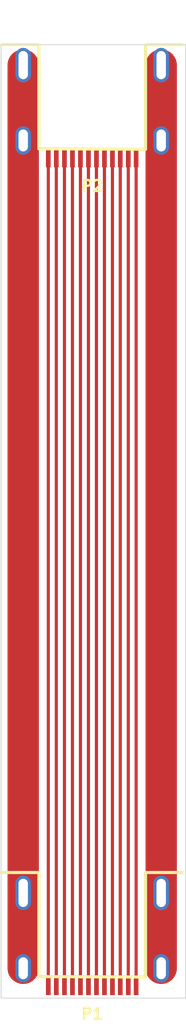
<source format=kicad_pcb>
(kicad_pcb (version 20241229) (generator "pcbnew") (generator_version "9.0")
  (layers (0 "F.Cu" signal) (2 "B.Cu" signal) (13 "F.Paste" user) (15 "B.Paste" user) (5 "F.SilkS" user "F.Silkscreen") (7 "B.SilkS" user "B.Silkscreen") (1 "F.Mask" user) (3 "B.Mask" user) (25 "Edge.Cuts" user))
  (net 0 "")
  (net 1 "Net-(P1-GND-PadA1)")
  (net 2 "Net-(P1-TX1+)")
  (net 3 "Net-(P1-TX1-)")
  (net 4 "Net-(P1-VBUS-PadA4)")
  (net 5 "Net-(P1-D+)")
  (net 6 "Net-(P1-CC)")
  (net 7 "Net-(P1-D-)")
  (net 8 "Net-(P1-VCONN)")
  (net 9 "Net-(P1-SHIELD)")
  (net 10 "Net-(P1-SBU1)")
  (net 11 "Net-(P1-RX1+)")
  (net 12 "Net-(P1-RX1-)")
  (net 13 "Net-(P1-SBU2)")
  (footprint "Connector_USB:USB-C-12-Pin-MidMount" (layer "F.Cu") (at 112 82.73)
    (property "Reference" "P1" (at 0 9 0) (layer "F.SilkS") (effects (font (size 0.7 0.7))))
    (property "Value" "USB_C_Plug")
    (fp_line (start -5.78 0) (end -3.4 0) (stroke (width 0.2)) (layer "F.SilkS"))
    (fp_line (start -3.4 6.63) (end -3.4 0) (stroke (width 0.2)) (layer "F.SilkS"))
    (fp_line (start -3.4 6.63) (end 3.4 6.66) (stroke (width 0.2)) (layer "F.SilkS"))
    (fp_line (start 3.4 6.66) (end 3.4 0) (stroke (width 0.2)) (layer "F.SilkS"))
    (fp_line (start 5.78 0) (end 3.42 0) (stroke (width 0.2)) (layer "F.SilkS"))
    (pad "A1" smd rect (at -2.8 7.235) (size 0.3 1.15) (layers "F.Cu" "F.Mask" "F.Paste") (net 1 "Net-(P1-GND-PadA1)"))
    (pad "A2" smd rect (at -2.29 7.235) (size 0.3 1.15) (layers "F.Cu" "F.Mask" "F.Paste") (net 2 "Net-(P1-TX1+)"))
    (pad "A3" smd rect (at -1.77 7.235) (size 0.3 1.15) (layers "F.Cu" "F.Mask" "F.Paste") (net 3 "Net-(P1-TX1-)"))
    (pad "A4" smd rect (at -1.26 7.235) (size 0.3 1.15) (layers "F.Cu" "F.Mask" "F.Paste") (net 4 "Net-(P1-VBUS-PadA4)"))
    (pad "A5" smd rect (at -0.75 7.235) (size 0.3 1.15) (layers "F.Cu" "F.Mask" "F.Paste") (net 6 "Net-(P1-CC)"))
    (pad "A6" smd rect (at -0.24 7.235) (size 0.3 1.15) (layers "F.Cu" "F.Mask" "F.Paste") (net 5 "Net-(P1-D+)"))
    (pad "A7" smd rect (at 0.27 7.235) (size 0.3 1.15) (layers "F.Cu" "F.Mask" "F.Paste") (net 7 "Net-(P1-D-)"))
    (pad "A8" smd rect (at 0.78 7.235) (size 0.3 1.15) (layers "F.Cu" "F.Mask" "F.Paste") (net 10 "Net-(P1-SBU1)"))
    (pad "B5" smd rect (at 2.8 7.235) (size 0.3 1.15) (layers "F.Cu" "F.Mask" "F.Paste") (net 8 "Net-(P1-VCONN)"))
    (pad "B8" smd rect (at 1.29 7.235) (size 0.3 1.15) (layers "F.Cu" "F.Mask" "F.Paste") (net 13 "Net-(P1-SBU2)"))
    (pad "B10" smd rect (at 1.79 7.235) (size 0.3 1.15) (layers "F.Cu" "F.Mask" "F.Paste") (net 12 "Net-(P1-RX1-)"))
    (pad "B11" smd rect (at 2.3 7.235) (size 0.3 1.15) (layers "F.Cu" "F.Mask" "F.Paste") (net 11 "Net-(P1-RX1+)"))
    (pad "S1" thru_hole oval (at -4.4 1.3) (size 1 2.2) (drill oval 0.6 1.8) (layers "*.Cu" "*.Mask") (net 9 "Net-(P1-SHIELD)"))
    (pad "S1" thru_hole oval (at -4.4 6.1) (size 1 1.8) (drill oval 0.6 1.4) (layers "*.Cu" "*.Mask") (net 9 "Net-(P1-SHIELD)"))
    (pad "S1" thru_hole oval (at 4.4 1.3) (size 1 2.2) (drill oval 0.6 1.8) (layers "*.Cu" "*.Mask") (net 9 "Net-(P1-SHIELD)"))
    (pad "S1" thru_hole oval (at 4.4 6.1) (size 1 1.8) (drill oval 0.6 1.4) (layers "*.Cu" "*.Mask") (net 9 "Net-(P1-SHIELD)"))
  )
  (footprint "Connector_USB:USB-C-12-Pin-MidMount" (layer "F.Cu") (at 112 30)
    (property "Reference" "P2" (at 0 9 0) (layer "F.SilkS") (effects (font (size 0.7 0.7))))
    (property "Value" "USB_C_Plug")
    (fp_line (start -5.78 0) (end -3.4 0) (stroke (width 0.2)) (layer "F.SilkS"))
    (fp_line (start -3.4 6.63) (end -3.4 0) (stroke (width 0.2)) (layer "F.SilkS"))
    (fp_line (start -3.4 6.63) (end 3.4 6.66) (stroke (width 0.2)) (layer "F.SilkS"))
    (fp_line (start 3.4 6.66) (end 3.4 0) (stroke (width 0.2)) (layer "F.SilkS"))
    (fp_line (start 5.78 0) (end 3.42 0) (stroke (width 0.2)) (layer "F.SilkS"))
    (pad "A1" smd rect (at -2.8 7.235) (size 0.3 1.15) (layers "F.Cu" "F.Mask" "F.Paste") (net 1 "Net-(P1-GND-PadA1)"))
    (pad "A2" smd rect (at -2.29 7.235) (size 0.3 1.15) (layers "F.Cu" "F.Mask" "F.Paste") (net 2 "Net-(P1-TX1+)"))
    (pad "A3" smd rect (at -1.77 7.235) (size 0.3 1.15) (layers "F.Cu" "F.Mask" "F.Paste") (net 3 "Net-(P1-TX1-)"))
    (pad "A4" smd rect (at -1.26 7.235) (size 0.3 1.15) (layers "F.Cu" "F.Mask" "F.Paste") (net 4 "Net-(P1-VBUS-PadA4)"))
    (pad "A5" smd rect (at -0.75 7.235) (size 0.3 1.15) (layers "F.Cu" "F.Mask" "F.Paste") (net 6 "Net-(P1-CC)"))
    (pad "A6" smd rect (at -0.24 7.235) (size 0.3 1.15) (layers "F.Cu" "F.Mask" "F.Paste") (net 5 "Net-(P1-D+)"))
    (pad "A7" smd rect (at 0.27 7.235) (size 0.3 1.15) (layers "F.Cu" "F.Mask" "F.Paste") (net 7 "Net-(P1-D-)"))
    (pad "A8" smd rect (at 0.78 7.235) (size 0.3 1.15) (layers "F.Cu" "F.Mask" "F.Paste") (net 10 "Net-(P1-SBU1)"))
    (pad "B5" smd rect (at 2.8 7.235) (size 0.3 1.15) (layers "F.Cu" "F.Mask" "F.Paste") (net 8 "Net-(P1-VCONN)"))
    (pad "B8" smd rect (at 1.29 7.235) (size 0.3 1.15) (layers "F.Cu" "F.Mask" "F.Paste") (net 13 "Net-(P1-SBU2)"))
    (pad "B10" smd rect (at 1.79 7.235) (size 0.3 1.15) (layers "F.Cu" "F.Mask" "F.Paste") (net 12 "Net-(P1-RX1-)"))
    (pad "B11" smd rect (at 2.3 7.235) (size 0.3 1.15) (layers "F.Cu" "F.Mask" "F.Paste") (net 11 "Net-(P1-RX1+)"))
    (pad "S1" thru_hole oval (at -4.4 1.3) (size 1 2.2) (drill oval 0.6 1.8) (layers "*.Cu" "*.Mask") (net 9 "Net-(P1-SHIELD)"))
    (pad "S1" thru_hole oval (at -4.4 6.1) (size 1 1.8) (drill oval 0.6 1.4) (layers "*.Cu" "*.Mask") (net 9 "Net-(P1-SHIELD)"))
    (pad "S1" thru_hole oval (at 4.4 1.3) (size 1 2.2) (drill oval 0.6 1.8) (layers "*.Cu" "*.Mask") (net 9 "Net-(P1-SHIELD)"))
    (pad "S1" thru_hole oval (at 4.4 6.1) (size 1 1.8) (drill oval 0.6 1.4) (layers "*.Cu" "*.Mask") (net 9 "Net-(P1-SHIELD)"))
  )
  (gr_rect (start 106.19 30) (end 117.96 90.73) (stroke (width 0.05)) (fill no) (layer "Edge.Cuts"))
  (segment (start 109.2 37.235) (end 109.2 89.965) (width 0.2) (layer "F.Cu") (net 1))
  (segment (start 109.71 89.965) (end 109.71 37.235) (width 0.2) (layer "F.Cu") (net 2))
  (segment (start 110.23 37.235) (end 110.23 89.965) (width 0.2) (layer "F.Cu") (net 3))
  (segment (start 110.74 89.965) (end 110.74 37.235) (width 0.2) (layer "F.Cu") (net 4))
  (segment (start 111.76 89.965) (end 111.76 37.235) (width 0.2) (layer "F.Cu") (net 5))
  (segment (start 111.25 37.235) (end 111.25 89.965) (width 0.2) (layer "F.Cu") (net 6))
  (segment (start 112.27 37.235) (end 112.27 89.965) (width 0.2) (layer "F.Cu") (net 7))
  (segment (start 114.8 89.965) (end 114.8 37.235) (width 0.2) (layer "F.Cu") (net 8))
  (segment (start 107.6 36.1) (end 107.6 31.3) (width 2) (layer "F.Cu") (net 9))
  (segment (start 107.7 84.02) (end 107.69 84.03) (width 0.2) (layer "F.Cu") (net 9))
  (segment (start 116.4 88.83) (end 116.4 84.03) (width 2) (layer "F.Cu") (net 9))
  (segment (start 116.49 36.175) (end 116.5 36.165) (width 0.2) (layer "F.Cu") (net 9))
  (segment (start 116.4 31.3) (end 116.4 36.1) (width 2) (layer "F.Cu") (net 9))
  (segment (start 107.54 36.09) (end 107.64 36.19) (width 0.2) (layer "F.Cu") (net 9))
  (segment (start 107.6 88.83) (end 107.6 84.03) (width 2) (layer "F.Cu") (net 9))
  (segment (start 107.6 84.03) (end 107.6 36.1) (width 2) (layer "F.Cu") (net 9))
  (segment (start 116.4 36.1) (end 116.4 84.03) (width 2) (layer "F.Cu") (net 9))
  (segment (start 112.78 89.965) (end 112.78 37.235) (width 0.2) (layer "F.Cu") (net 10))
  (segment (start 114.3 37.235) (end 114.3 89.965) (width 0.2) (layer "F.Cu") (net 11))
  (segment (start 113.79 89.965) (end 113.79 37.235) (width 0.2) (layer "F.Cu") (net 12))
  (segment (start 113.29 37.235) (end 113.29 89.965) (width 0.2) (layer "F.Cu") (net 13))
)
</source>
